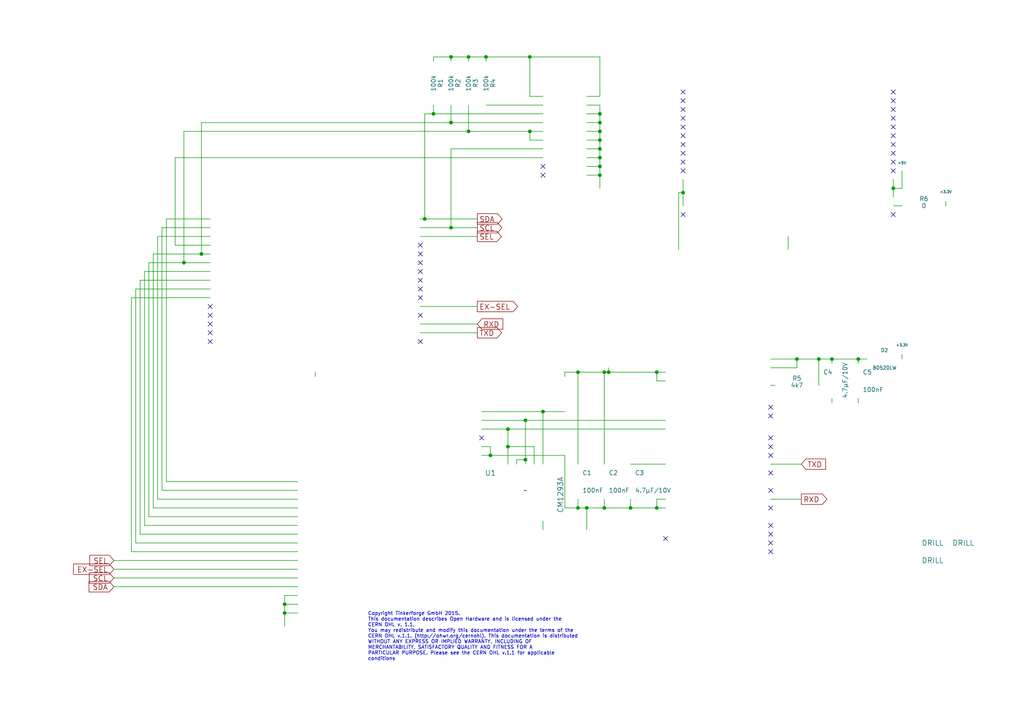
<source format=kicad_sch>
(kicad_sch (version 20230121) (generator eeschema)
  (paper "A4")
  (title_block (title "Debug Brick") (date "14 Jan 2015") (rev "1.2") (company "Tinkerforge GmbH") (comment 1 "Licensed under CERN OHL v.1.1") (comment 2 "Copyright (©) 2015, B.Nordmeyer <bastian@tinkerforge.com>"))
  (lib_symbols)
  (junction (at 176.53 107.95))
  (junction (at 167.64 147.32))
  (junction (at 82.55 177.8))
  (junction (at 130.81 16.51))
  (junction (at 173.99 35.56))
  (junction (at 167.64 107.95))
  (junction (at 173.99 48.26))
  (junction (at 82.55 175.26))
  (junction (at 182.88 147.32))
  (junction (at 241.3 104.14))
  (junction (at 123.19 63.5))
  (junction (at 147.32 129.54))
  (junction (at 152.4 133.35))
  (junction (at 58.42 73.66))
  (junction (at 135.89 16.51))
  (junction (at 237.49 104.14))
  (junction (at 190.5 107.95))
  (junction (at 140.97 16.51))
  (junction (at 175.26 147.32))
  (junction (at 53.34 76.2))
  (junction (at 173.99 38.1))
  (junction (at 142.24 132.08))
  (junction (at 153.67 16.51))
  (junction (at 173.99 45.72))
  (junction (at 130.81 35.56))
  (junction (at 153.67 38.1))
  (junction (at 125.73 33.02))
  (junction (at 190.5 147.32))
  (junction (at 130.81 66.04))
  (junction (at 231.14 104.14))
  (junction (at 173.99 50.8))
  (junction (at 248.92 104.14))
  (junction (at 152.4 121.92))
  (junction (at 173.99 40.64))
  (junction (at 170.18 147.32))
  (junction (at 198.12 55.88))
  (junction (at 157.48 119.38))
  (junction (at 135.89 38.1))
  (junction (at 173.99 43.18))
  (junction (at 173.99 33.02))
  (junction (at 175.26 107.95))
  (junction (at 147.32 124.46))
  (junction (at 259.08 54.61))
  (no_connect (at 259.08 49.53))
  (no_connect (at 223.52 152.4))
  (no_connect (at 223.52 127))
  (no_connect (at 259.08 26.67))
  (no_connect (at 223.52 129.54))
  (no_connect (at 121.92 99.06))
  (no_connect (at 157.48 48.26))
  (no_connect (at 139.7 127))
  (no_connect (at 60.96 93.98))
  (no_connect (at 121.92 76.2))
  (no_connect (at 198.12 36.83))
  (no_connect (at 121.92 73.66))
  (no_connect (at 121.92 81.28))
  (no_connect (at 223.52 160.02))
  (no_connect (at 198.12 62.23))
  (no_connect (at 60.96 91.44))
  (no_connect (at 198.12 26.67))
  (no_connect (at 198.12 29.21))
  (no_connect (at 259.08 39.37))
  (no_connect (at 223.52 118.11))
  (no_connect (at 198.12 34.29))
  (no_connect (at 198.12 46.99))
  (no_connect (at 223.52 157.48))
  (no_connect (at 259.08 34.29))
  (no_connect (at 198.12 31.75))
  (no_connect (at 198.12 49.53))
  (no_connect (at 223.52 147.32))
  (no_connect (at 198.12 41.91))
  (no_connect (at 121.92 78.74))
  (no_connect (at 259.08 46.99))
  (no_connect (at 223.52 132.08))
  (no_connect (at 60.96 96.52))
  (no_connect (at 259.08 31.75))
  (no_connect (at 259.08 36.83))
  (no_connect (at 259.08 44.45))
  (no_connect (at 223.52 154.94))
  (no_connect (at 121.92 71.12))
  (no_connect (at 198.12 44.45))
  (no_connect (at 121.92 83.82))
  (no_connect (at 60.96 88.9))
  (no_connect (at 121.92 91.44))
  (no_connect (at 121.92 86.36))
  (no_connect (at 193.04 156.21))
  (no_connect (at 157.48 50.8))
  (no_connect (at 259.08 62.23))
  (no_connect (at 223.52 142.24))
  (no_connect (at 223.52 120.65))
  (no_connect (at 223.52 137.16))
  (no_connect (at 259.08 29.21))
  (no_connect (at 198.12 39.37))
  (no_connect (at 60.96 99.06))
  (no_connect (at 259.08 41.91))
  (wire (pts (xy 60.96 66.04) (xy 46.99 66.04)))
  (wire (pts (xy 173.99 48.26) (xy 173.99 45.72)))
  (wire (pts (xy 60.96 76.2) (xy 53.34 76.2)))
  (wire (pts (xy 173.99 50.8) (xy 173.99 48.26)))
  (wire (pts (xy 176.53 107.95) (xy 176.53 106.68)))
  (wire (pts (xy 43.18 149.86) (xy 86.36 149.86)))
  (wire (pts (xy 39.37 157.48) (xy 86.36 157.48)))
  (wire (pts (xy 190.5 147.32) (xy 193.04 147.32)))
  (wire (pts (xy 170.18 147.32) (xy 175.26 147.32)))
  (wire (pts (xy 173.99 43.18) (xy 173.99 40.64)))
  (wire (pts (xy 190.5 110.49) (xy 190.5 107.95)))
  (wire (pts (xy 60.96 83.82) (xy 39.37 83.82)))
  (wire (pts (xy 223.52 134.62) (xy 232.41 134.62)))
  (wire (pts (xy 82.55 177.8) (xy 82.55 181.61)))
  (wire (pts (xy 176.53 107.95) (xy 190.5 107.95)))
  (wire (pts (xy 248.92 116.84) (xy 248.92 115.57)))
  (wire (pts (xy 147.32 134.62) (xy 147.32 129.54)))
  (wire (pts (xy 48.26 139.7) (xy 86.36 139.7)))
  (wire (pts (xy 46.99 66.04) (xy 46.99 142.24)))
  (wire (pts (xy 139.7 119.38) (xy 157.48 119.38)))
  (wire (pts (xy 153.67 27.94) (xy 157.48 27.94)))
  (wire (pts (xy 139.7 132.08) (xy 142.24 132.08)))
  (wire (pts (xy 44.45 73.66) (xy 44.45 147.32)))
  (wire (pts (xy 170.18 50.8) (xy 173.99 50.8)))
  (wire (pts (xy 175.26 134.62) (xy 175.26 107.95)))
  (wire (pts (xy 86.36 172.72) (xy 82.55 172.72)))
  (wire (pts (xy 259.08 57.15) (xy 259.08 54.61)))
  (wire (pts (xy 223.52 111.76) (xy 224.79 111.76)))
  (wire (pts (xy 130.81 43.18) (xy 157.48 43.18)))
  (wire (pts (xy 153.67 16.51) (xy 153.67 27.94)))
  (wire (pts (xy 153.67 38.1) (xy 157.48 38.1)))
  (wire (pts (xy 157.48 134.62) (xy 157.48 119.38)))
  (wire (pts (xy 60.96 73.66) (xy 58.42 73.66)))
  (wire (pts (xy 261.62 104.14) (xy 261.62 102.87)))
  (wire (pts (xy 170.18 48.26) (xy 173.99 48.26)))
  (wire (pts (xy 130.81 66.04) (xy 121.92 66.04)))
  (wire (pts (xy 38.1 160.02) (xy 38.1 86.36)))
  (wire (pts (xy 60.96 78.74) (xy 41.91 78.74)))
  (wire (pts (xy 170.18 40.64) (xy 173.99 40.64)))
  (wire (pts (xy 135.89 16.51) (xy 140.97 16.51)))
  (wire (pts (xy 231.14 106.68) (xy 231.14 104.14)))
  (wire (pts (xy 135.89 38.1) (xy 153.67 38.1)))
  (wire (pts (xy 170.18 33.02) (xy 173.99 33.02)))
  (wire (pts (xy 38.1 160.02) (xy 86.36 160.02)))
  (wire (pts (xy 41.91 152.4) (xy 86.36 152.4)))
  (wire (pts (xy 237.49 111.76) (xy 237.49 104.14)))
  (wire (pts (xy 123.19 63.5) (xy 121.92 63.5)))
  (wire (pts (xy 149.86 133.35) (xy 152.4 133.35)))
  (wire (pts (xy 38.1 86.36) (xy 60.96 86.36)))
  (wire (pts (xy 153.67 40.64) (xy 153.67 38.1)))
  (wire (pts (xy 232.41 144.78) (xy 223.52 144.78)))
  (wire (pts (xy 223.52 106.68) (xy 231.14 106.68)))
  (wire (pts (xy 125.73 16.51) (xy 130.81 16.51)))
  (wire (pts (xy 241.3 104.14) (xy 248.92 104.14)))
  (wire (pts (xy 248.92 104.14) (xy 251.46 104.14)))
  (wire (pts (xy 50.8 45.72) (xy 157.48 45.72)))
  (wire (pts (xy 33.02 170.18) (xy 86.36 170.18)))
  (wire (pts (xy 139.7 121.92) (xy 152.4 121.92)))
  (wire (pts (xy 138.43 66.04) (xy 130.81 66.04)))
  (wire (pts (xy 39.37 83.82) (xy 39.37 157.48)))
  (wire (pts (xy 157.48 119.38) (xy 163.83 119.38)))
  (wire (pts (xy 33.02 167.64) (xy 86.36 167.64)))
  (wire (pts (xy 82.55 175.26) (xy 86.36 175.26)))
  (wire (pts (xy 60.96 81.28) (xy 40.64 81.28)))
  (wire (pts (xy 173.99 45.72) (xy 173.99 43.18)))
  (wire (pts (xy 139.7 124.46) (xy 147.32 124.46)))
  (wire (pts (xy 82.55 172.72) (xy 82.55 175.26)))
  (wire (pts (xy 135.89 38.1) (xy 135.89 30.48)))
  (wire (pts (xy 193.04 110.49) (xy 190.5 110.49)))
  (wire (pts (xy 173.99 38.1) (xy 173.99 35.56)))
  (wire (pts (xy 193.04 134.62) (xy 182.88 134.62)))
  (wire (pts (xy 231.14 104.14) (xy 237.49 104.14)))
  (wire (pts (xy 130.81 35.56) (xy 157.48 35.56)))
  (wire (pts (xy 121.92 88.9) (xy 138.43 88.9)))
  (wire (pts (xy 241.3 105.41) (xy 241.3 104.14)))
  (wire (pts (xy 198.12 55.88) (xy 198.12 59.69)))
  (wire (pts (xy 173.99 35.56) (xy 173.99 33.02)))
  (wire (pts (xy 163.83 132.08) (xy 163.83 147.32)))
  (wire (pts (xy 241.3 116.84) (xy 241.3 115.57)))
  (wire (pts (xy 123.19 33.02) (xy 123.19 63.5)))
  (wire (pts (xy 147.32 129.54) (xy 147.32 124.46)))
  (wire (pts (xy 198.12 52.07) (xy 198.12 55.88)))
  (wire (pts (xy 149.86 134.62) (xy 149.86 133.35)))
  (wire (pts (xy 259.08 54.61) (xy 259.08 52.07)))
  (wire (pts (xy 48.26 63.5) (xy 48.26 139.7)))
  (wire (pts (xy 43.18 76.2) (xy 43.18 149.86)))
  (wire (pts (xy 237.49 104.14) (xy 241.3 104.14)))
  (wire (pts (xy 190.5 107.95) (xy 193.04 107.95)))
  (wire (pts (xy 196.85 55.88) (xy 196.85 72.39)))
  (wire (pts (xy 170.18 45.72) (xy 173.99 45.72)))
  (wire (pts (xy 173.99 27.94) (xy 170.18 27.94)))
  (wire (pts (xy 147.32 124.46) (xy 193.04 124.46)))
  (wire (pts (xy 173.99 16.51) (xy 173.99 27.94)))
  (wire (pts (xy 261.62 54.61) (xy 261.62 49.53)))
  (wire (pts (xy 228.6 72.39) (xy 228.6 68.58)))
  (wire (pts (xy 175.26 147.32) (xy 182.88 147.32)))
  (wire (pts (xy 248.92 105.41) (xy 248.92 104.14)))
  (wire (pts (xy 130.81 16.51) (xy 130.81 17.78)))
  (wire (pts (xy 86.36 177.8) (xy 82.55 177.8)))
  (wire (pts (xy 82.55 175.26) (xy 82.55 177.8)))
  (wire (pts (xy 182.88 144.78) (xy 182.88 147.32)))
  (wire (pts (xy 259.08 54.61) (xy 261.62 54.61)))
  (wire (pts (xy 138.43 96.52) (xy 121.92 96.52)))
  (wire (pts (xy 140.97 30.48) (xy 157.48 30.48)))
  (wire (pts (xy 170.18 147.32) (xy 170.18 153.67)))
  (wire (pts (xy 173.99 40.64) (xy 173.99 38.1)))
  (wire (pts (xy 53.34 76.2) (xy 43.18 76.2)))
  (wire (pts (xy 173.99 33.02) (xy 173.99 30.48)))
  (wire (pts (xy 123.19 33.02) (xy 125.73 33.02)))
  (wire (pts (xy 175.26 144.78) (xy 175.26 147.32)))
  (wire (pts (xy 130.81 16.51) (xy 135.89 16.51)))
  (wire (pts (xy 163.83 107.95) (xy 167.64 107.95)))
  (wire (pts (xy 45.72 144.78) (xy 86.36 144.78)))
  (wire (pts (xy 33.02 162.56) (xy 86.36 162.56)))
  (wire (pts (xy 48.26 63.5) (xy 60.96 63.5)))
  (wire (pts (xy 130.81 30.48) (xy 130.81 35.56)))
  (wire (pts (xy 170.18 43.18) (xy 173.99 43.18)))
  (wire (pts (xy 157.48 153.67) (xy 157.48 151.13)))
  (wire (pts (xy 46.99 142.24) (xy 86.36 142.24)))
  (wire (pts (xy 125.73 33.02) (xy 157.48 33.02)))
  (wire (pts (xy 135.89 16.51) (xy 135.89 17.78)))
  (wire (pts (xy 152.4 134.62) (xy 152.4 133.35)))
  (wire (pts (xy 140.97 16.51) (xy 140.97 17.78)))
  (wire (pts (xy 175.26 107.95) (xy 176.53 107.95)))
  (wire (pts (xy 50.8 45.72) (xy 50.8 71.12)))
  (wire (pts (xy 167.64 134.62) (xy 167.64 107.95)))
  (wire (pts (xy 170.18 38.1) (xy 173.99 38.1)))
  (wire (pts (xy 182.88 147.32) (xy 190.5 147.32)))
  (wire (pts (xy 152.4 133.35) (xy 152.4 121.92)))
  (wire (pts (xy 50.8 71.12) (xy 60.96 71.12)))
  (wire (pts (xy 163.83 147.32) (xy 167.64 147.32)))
  (wire (pts (xy 53.34 38.1) (xy 135.89 38.1)))
  (wire (pts (xy 138.43 63.5) (xy 123.19 63.5)))
  (wire (pts (xy 173.99 54.61) (xy 173.99 50.8)))
  (wire (pts (xy 223.52 104.14) (xy 231.14 104.14)))
  (wire (pts (xy 140.97 16.51) (xy 153.67 16.51)))
  (wire (pts (xy 40.64 154.94) (xy 86.36 154.94)))
  (wire (pts (xy 193.04 144.78) (xy 190.5 144.78)))
  (wire (pts (xy 274.32 59.69) (xy 274.32 58.42)))
  (wire (pts (xy 190.5 144.78) (xy 190.5 147.32)))
  (wire (pts (xy 142.24 129.54) (xy 142.24 132.08)))
  (wire (pts (xy 163.83 107.95) (xy 163.83 109.22)))
  (wire (pts (xy 58.42 35.56) (xy 130.81 35.56)))
  (wire (pts (xy 121.92 93.98) (xy 138.43 93.98)))
  (wire (pts (xy 170.18 35.56) (xy 173.99 35.56)))
  (wire (pts (xy 45.72 68.58) (xy 60.96 68.58)))
  (wire (pts (xy 167.64 147.32) (xy 170.18 147.32)))
  (wire (pts (xy 40.64 81.28) (xy 40.64 154.94)))
  (wire (pts (xy 153.67 16.51) (xy 173.99 16.51)))
  (wire (pts (xy 33.02 165.1) (xy 86.36 165.1)))
  (wire (pts (xy 125.73 17.78) (xy 125.73 16.51)))
  (wire (pts (xy 154.94 129.54) (xy 147.32 129.54)))
  (wire (pts (xy 121.92 68.58) (xy 138.43 68.58)))
  (wire (pts (xy 139.7 129.54) (xy 142.24 129.54)))
  (wire (pts (xy 152.4 121.92) (xy 193.04 121.92)))
  (wire (pts (xy 154.94 134.62) (xy 154.94 129.54)))
  (wire (pts (xy 58.42 73.66) (xy 44.45 73.66)))
  (wire (pts (xy 261.62 59.69) (xy 259.08 59.69)))
  (wire (pts (xy 45.72 68.58) (xy 45.72 144.78)))
  (wire (pts (xy 53.34 38.1) (xy 53.34 76.2)))
  (wire (pts (xy 167.64 144.78) (xy 167.64 147.32)))
  (wire (pts (xy 41.91 78.74) (xy 41.91 152.4)))
  (wire (pts (xy 173.99 30.48) (xy 170.18 30.48)))
  (wire (pts (xy 153.67 40.64) (xy 157.48 40.64)))
  (wire (pts (xy 142.24 132.08) (xy 163.83 132.08)))
  (wire (pts (xy 58.42 73.66) (xy 58.42 35.56)))
  (wire (pts (xy 198.12 55.88) (xy 196.85 55.88)))
  (wire (pts (xy 91.44 109.22) (xy 91.44 107.95)))
  (wire (pts (xy 130.81 43.18) (xy 130.81 66.04)))
  (wire (pts (xy 44.45 147.32) (xy 86.36 147.32)))
  (wire (pts (xy 167.64 107.95) (xy 175.26 107.95)))
  (wire (pts (xy 125.73 30.48) (xy 125.73 33.02)))
  (text "Copyright Tinkerforge GmbH 2015.\nThis documentation describes Open Hardware and is licensed under the\nCERN OHL v. 1.1.\nYou may redistribute and modify this documentation under the terms of the\nCERN OHL v.1.1. (http://ohwr.org/cernohl). This documentation is distributed\nWITHOUT ANY EXPRESS OR IMPLIED WARRANTY, INCLUDING OF\nMERCHANTABILITY, SATISFACTORY QUALITY AND FITNESS FOR A\nPARTICULAR PURPOSE. Please see the CERN OHL v.1.1 for applicable\nconditions\n" (at 106.68 191.77 0) (effects (font (size 1.016 1.016)) (justify left bottom)))
  (global_label "RXD" (shape input) (at 138.43 93.98 0) (effects (font (size 1.524 1.524))) (property "Intersheetrefs" "${INTERSHEET_REFS}" (effects hide)))
  (global_label "EX-SEL" (shape output) (at 138.43 88.9 0) (effects (font (size 1.524 1.524))) (property "Intersheetrefs" "${INTERSHEET_REFS}" (effects hide)))
  (global_label "TXD" (shape output) (at 138.43 96.52 0) (effects (font (size 1.524 1.524))) (property "Intersheetrefs" "${INTERSHEET_REFS}" (effects hide)))
  (global_label "SCL" (shape input) (at 33.02 167.64 180) (effects (font (size 1.524 1.524))) (property "Intersheetrefs" "${INTERSHEET_REFS}" (effects hide)))
  (global_label "TXD" (shape input) (at 232.41 134.62 0) (effects (font (size 1.524 1.524))) (property "Intersheetrefs" "${INTERSHEET_REFS}" (effects hide)))
  (global_label "SCL" (shape output) (at 138.43 66.04 0) (effects (font (size 1.524 1.524))) (property "Intersheetrefs" "${INTERSHEET_REFS}" (effects hide)))
  (global_label "RXD" (shape output) (at 232.41 144.78 0) (effects (font (size 1.524 1.524))) (property "Intersheetrefs" "${INTERSHEET_REFS}" (effects hide)))
  (global_label "SDA" (shape output) (at 138.43 63.5 0) (effects (font (size 1.524 1.524))) (property "Intersheetrefs" "${INTERSHEET_REFS}" (effects hide)))
  (global_label "SEL" (shape input) (at 33.02 162.56 180) (effects (font (size 1.524 1.524))) (property "Intersheetrefs" "${INTERSHEET_REFS}" (effects hide)))
  (global_label "SEL" (shape output) (at 138.43 68.58 0) (effects (font (size 1.524 1.524))) (property "Intersheetrefs" "${INTERSHEET_REFS}" (effects hide)))
  (global_label "SDA" (shape input) (at 33.02 170.18 180) (effects (font (size 1.524 1.524))) (property "Intersheetrefs" "${INTERSHEET_REFS}" (effects hide)))
  (global_label "EX-SEL" (shape input) (at 33.02 165.1 180) (effects (font (size 1.524 1.524))) (property "Intersheetrefs" "${INTERSHEET_REFS}" (effects hide)))
  (symbol (lib_id "DRILL") (at 279.4 157.48 0) (unit 1)
    (property "Reference" "U5" (effects hide))
    (property "Value" "DRILL" (at 279.4 157.48 0) (effects (font (size 1.524 1.524))))
    (property "Footprint" "DRILL_NP" (effects hide))
  )
  (symbol (lib_id "GND") (at 91.44 109.22 0) (unit 1)
    (property "Reference" "#PWR07" (effects hide))
    (property "Value" "GND" (effects hide))
  )
  (symbol (lib_id "GND") (at 228.6 72.39 0) (unit 1)
    (property "Reference" "#PWR06" (effects hide))
    (property "Value" "GND" (effects hide))
  )
  (symbol (lib_id "GND") (at 196.85 72.39 0) (unit 1)
    (property "Reference" "#PWR05" (effects hide))
    (property "Value" "GND" (effects hide))
  )
  (symbol (lib_id "CONN_02X10") (at 163.83 39.37 0) (unit 1)
    (property "Reference" "P2" (at 163.83 25.4 0) (effects (font (size 1.524 1.524))))
    (property "Value" "JTAG" (at 163.83 38.1 90))
    (property "Footprint" "pin_array_10x2" (effects hide))
  )
  (symbol (lib_id "GND") (at 173.99 54.61 0) (unit 1)
    (property "Reference" "#PWR04" (effects hide))
    (property "Value" "GND" (effects hide))
  )
  (symbol (lib_id "+3.3V") (at 163.83 16.51 0) (unit 1)
    (property "Reference" "#PWR03" (effects hide))
    (property "Value" "+3.3V" (at 163.83 13.716 0) (effects (font (size 0.762 0.762))))
  )
  (symbol (lib_id "+3.3V") (at 261.62 102.87 0) (unit 1)
    (property "Reference" "#PWR02" (effects hide))
    (property "Value" "+3.3V" (at 261.62 100.076 0) (effects (font (size 0.762 0.762))))
  )
  (symbol (lib_id "R") (at 140.97 24.13 0) (unit 1)
    (property "Reference" "R4" (at 143.002 24.13 90))
    (property "Value" "100k" (at 140.97 24.13 90))
    (property "Footprint" "R0603" (effects hide))
  )
  (symbol (lib_id "R") (at 135.89 24.13 0) (unit 1)
    (property "Reference" "R3" (at 137.922 24.13 90))
    (property "Value" "100k" (at 135.89 24.13 90))
    (property "Footprint" "R0603" (effects hide))
  )
  (symbol (lib_id "R") (at 130.81 24.13 0) (unit 1)
    (property "Reference" "R2" (at 132.842 24.13 90))
    (property "Value" "100k" (at 130.81 24.13 90))
    (property "Footprint" "R0603" (effects hide))
  )
  (symbol (lib_id "R") (at 125.73 24.13 0) (unit 1)
    (property "Reference" "R1" (at 127.762 24.13 90))
    (property "Value" "100k" (at 125.73 24.13 90))
    (property "Footprint" "R0603" (effects hide))
  )
  (symbol (lib_id "DRILL") (at 270.51 157.48 0) (unit 1)
    (property "Reference" "U3" (effects hide))
    (property "Value" "DRILL" (at 270.51 157.48 0) (effects (font (size 1.524 1.524))))
    (property "Footprint" "DRILL_NP" (effects hide))
  )
  (symbol (lib_id "DRILL") (at 270.51 162.56 0) (unit 1)
    (property "Reference" "U4" (effects hide))
    (property "Value" "DRILL" (at 270.51 162.56 0) (effects (font (size 1.524 1.524))))
    (property "Footprint" "DRILL_NP" (effects hide))
  )
  (symbol (lib_id "STACK-DOWN-1") (at 91.44 81.28 0) (unit 1)
    (property "Reference" "J1" (at 69.85 59.69 0) (effects (font (size 1.524 1.524))))
    (property "Value" "STACK-DOWN" (at 104.14 59.69 0) (effects (font (size 1.524 1.524))))
    (property "Footprint" "BTB08-ACS-BTM" (effects hide))
  )
  (symbol (lib_id "STACK-DOWN-2") (at 228.6 44.45 0) (unit 1)
    (property "Reference" "J3" (at 207.01 21.59 0) (effects (font (size 1.524 1.524))))
    (property "Value" "STACK-DOWN" (at 243.84 21.59 0) (effects (font (size 1.524 1.524))))
    (property "Footprint" "BTB08-ACS-BTM" (effects hide))
  )
  (symbol (lib_id "GND") (at 82.55 181.61 0) (unit 1)
    (property "Reference" "#PWR01" (effects hide))
    (property "Value" "GND" (effects hide))
  )
  (symbol (lib_id "+5V") (at 261.62 49.53 0) (unit 1)
    (property "Reference" "#PWR08" (effects hide))
    (property "Value" "+5V" (at 261.62 47.244 0) (effects (font (size 0.762 0.762))))
  )
  (symbol (lib_id "C") (at 241.3 110.49 0) (unit 1)
    (property "Reference" "C4" (at 238.76 107.95 0) (effects (justify left)))
    (property "Value" "4.7µF/10V" (at 245.11 115.57 90) (effects (justify left)))
    (property "Footprint" "C0805" (effects hide))
  )
  (symbol (lib_id "USB-MINI-B-SMD") (at 123.19 125.73 0) (mirror y) (unit 1)
    (property "Reference" "J2" (at 130.81 115.57 0) (effects (font (size 1.524 1.524))))
    (property "Value" "USB-MINI-B-SMD" (at 127 135.89 0) (effects (font (size 1.524 1.524))))
    (property "Footprint" "USB-MINI-B-SMD" (effects hide))
    (property "Datasheet" "~" (at 123.19 125.73 0) (effects (font (size 1.524 1.524))))
  )
  (symbol (lib_id "CP2104") (at 208.28 132.08 0) (unit 1)
    (property "Reference" "U2" (at 198.12 100.33 0) (effects (font (size 1.524 1.524))))
    (property "Value" "CP2104" (at 208.28 163.83 0) (effects (font (size 1.524 1.524))))
    (property "Footprint" "QFN-24-4x4-EP" (effects hide))
  )
  (symbol (lib_id "GND") (at 170.18 153.67 0) (unit 1)
    (property "Reference" "#PWR09" (effects hide))
    (property "Value" "GND" (effects hide))
  )
  (symbol (lib_id "C") (at 182.88 139.7 0) (unit 1)
    (property "Reference" "C3" (at 184.15 137.16 0) (effects (justify left)))
    (property "Value" "4.7µF/10V" (at 184.15 142.24 0) (effects (justify left)))
    (property "Footprint" "C0805" (effects hide))
  )
  (symbol (lib_id "+5V") (at 176.53 106.68 0) (unit 1)
    (property "Reference" "#PWR010" (effects hide))
    (property "Value" "+5V" (at 176.53 104.394 0) (effects (font (size 0.762 0.762))))
  )
  (symbol (lib_id "DIODESCH") (at 256.54 104.14 0) (unit 1)
    (property "Reference" "D2" (at 256.54 101.6 0) (effects (font (size 1.016 1.016))))
    (property "Value" "B0520LW" (at 256.54 106.68 0) (effects (font (size 1.016 1.016))))
    (property "Footprint" "SOD-123" (effects hide))
  )
  (symbol (lib_id "C") (at 248.92 110.49 0) (unit 1)
    (property "Reference" "C5" (at 250.19 107.95 0) (effects (justify left)))
    (property "Value" "100nF" (at 250.19 113.03 0) (effects (justify left)))
    (property "Footprint" "C0603" (effects hide))
  )
  (symbol (lib_id "C") (at 175.26 139.7 0) (unit 1)
    (property "Reference" "C2" (at 176.53 137.16 0) (effects (justify left)))
    (property "Value" "100nF" (at 176.53 142.24 0) (effects (justify left)))
    (property "Footprint" "C0603" (effects hide))
  )
  (symbol (lib_id "C") (at 167.64 139.7 0) (unit 1)
    (property "Reference" "C1" (at 168.91 137.16 0) (effects (justify left)))
    (property "Value" "100nF" (at 168.91 142.24 0) (effects (justify left)))
    (property "Footprint" "C0603" (effects hide))
  )
  (symbol (lib_id "GND") (at 241.3 116.84 0) (unit 1)
    (property "Reference" "#PWR011" (effects hide))
    (property "Value" "GND" (effects hide))
  )
  (symbol (lib_id "GND") (at 248.92 116.84 0) (unit 1)
    (property "Reference" "#PWR012" (effects hide))
    (property "Value" "GND" (effects hide))
  )
  (symbol (lib_id "R") (at 231.14 111.76 90) (unit 1)
    (property "Reference" "R5" (at 231.14 109.728 90))
    (property "Value" "4k7" (at 231.14 111.76 90))
    (property "Footprint" "R0603" (effects hide))
  )
  (symbol (lib_id "GND") (at 157.48 153.67 0) (unit 1)
    (property "Reference" "#PWR013" (effects hide))
    (property "Value" "GND" (effects hide))
  )
  (symbol (lib_id "CM1293A") (at 152.4 142.24 0) (unit 1)
    (property "Reference" "U1" (at 142.24 137.16 0) (effects (font (size 1.524 1.524))))
    (property "Value" "CM1293A" (at 162.56 143.51 90) (effects (font (size 1.524 1.524))))
    (property "Footprint" "SC-74" (effects hide))
    (property "Datasheet" "~" (at 152.4 142.24 0) (effects (font (size 1.524 1.524))))
  )
  (symbol (lib_id "R") (at 267.97 59.69 90) (unit 1)
    (property "Reference" "R6" (at 267.97 57.658 90))
    (property "Value" "0" (at 267.97 59.69 90))
    (property "Footprint" "R0603" (effects hide))
  )
  (symbol (lib_id "+3.3V") (at 274.32 58.42 0) (unit 1)
    (property "Reference" "#PWR014" (effects hide))
    (property "Value" "+3.3V" (at 274.32 55.626 0) (effects (font (size 0.762 0.762))))
  )
  (symbol (lib_id "DIODESCH") (at 163.83 114.3 90) (unit 1)
    (property "Reference" "D1" (at 161.29 114.3 0) (effects (font (size 1.016 1.016))))
    (property "Value" "B0520LW" (at 166.37 114.3 0) (effects (font (size 1.016 1.016))))
    (property "Footprint" "SOD-123" (effects hide))
  )
  (symbol (lib_id "CONN_01X16") (at 91.44 158.75 0) (unit 1)
    (property "Reference" "P1" (at 90.424 161.29 90) (effects (font (size 1.524 1.524))))
    (property "Value" "CONN_16" (at 93.472 161.29 90) (effects (font (size 1.524 1.524))))
    (property "Footprint" "pin_array_8x2" (effects hide))
  )
)
</source>
